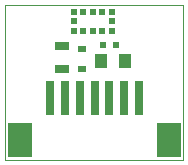
<source format=gts>
G04 #@! TF.FileFunction,Soldermask,Top*
%FSLAX46Y46*%
G04 Gerber Fmt 4.6, Leading zero omitted, Abs format (unit mm)*
G04 Created by KiCad (PCBNEW 4.0.7) date 01/17/18 14:55:35*
%MOMM*%
%LPD*%
G01*
G04 APERTURE LIST*
%ADD10C,0.152400*%
%ADD11C,0.100000*%
%ADD12R,0.800000X3.000000*%
%ADD13R,2.100000X3.000000*%
%ADD14R,1.000000X1.250000*%
%ADD15R,0.600000X0.500000*%
%ADD16R,0.800000X0.600000*%
%ADD17R,0.500000X0.500000*%
%ADD18R,1.300000X0.700000*%
G04 APERTURE END LIST*
D10*
D11*
X29400000Y-27500000D02*
X14300000Y-27500000D01*
X29400000Y-14300000D02*
X29400000Y-27500000D01*
X28900000Y-14300000D02*
X29400000Y-14300000D01*
X14300000Y-14300000D02*
X28900000Y-14300000D01*
X14300000Y-27500000D02*
X14300000Y-14300000D01*
D12*
X21890000Y-22190000D03*
X23140000Y-22190000D03*
X24390000Y-22190000D03*
X20640000Y-22190000D03*
X19390000Y-22190000D03*
D13*
X28190000Y-25790000D03*
X15590000Y-25790000D03*
D12*
X25640000Y-22190000D03*
X18140000Y-22190000D03*
D14*
X24425000Y-19050000D03*
X22425000Y-19050000D03*
D15*
X23700000Y-17725000D03*
X22600000Y-17725000D03*
D16*
X20800000Y-18050000D03*
X20800000Y-19750000D03*
D17*
X22525000Y-14925000D03*
X21725000Y-14925000D03*
X23325000Y-14925000D03*
X20925000Y-14925000D03*
X22525000Y-16525000D03*
X21725000Y-16525000D03*
X20925000Y-16525000D03*
X20125000Y-16525000D03*
X23325000Y-15725000D03*
X23325000Y-16525000D03*
X20125000Y-15725000D03*
X20125000Y-14925000D03*
D18*
X19100000Y-19750000D03*
X19100000Y-17850000D03*
M02*

</source>
